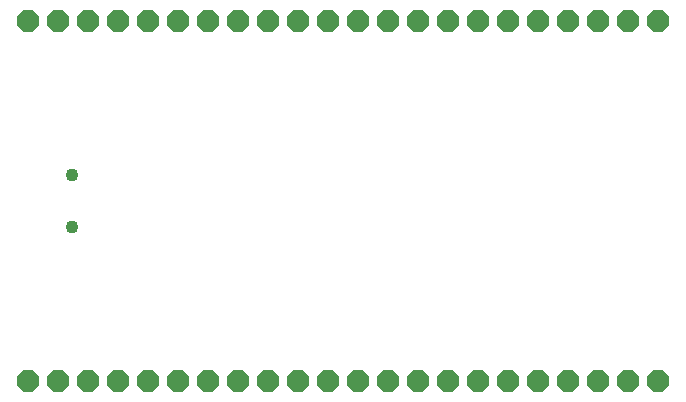
<source format=gbs>
G75*
G70*
%OFA0B0*%
%FSLAX24Y24*%
%IPPOS*%
%LPD*%
%AMOC8*
5,1,8,0,0,1.08239X$1,22.5*
%
%ADD10OC8,0.0720*%
%ADD11C,0.0434*%
D10*
X001032Y000901D03*
X002032Y000901D03*
X003032Y000901D03*
X004032Y000901D03*
X005032Y000901D03*
X006032Y000901D03*
X007032Y000901D03*
X008032Y000901D03*
X009032Y000901D03*
X010032Y000901D03*
X011032Y000901D03*
X012032Y000901D03*
X013032Y000901D03*
X014032Y000901D03*
X015032Y000901D03*
X016032Y000901D03*
X017032Y000901D03*
X018032Y000901D03*
X019032Y000901D03*
X020032Y000901D03*
X021032Y000901D03*
X022032Y000901D03*
X022032Y012901D03*
X021032Y012901D03*
X020032Y012901D03*
X019032Y012901D03*
X018032Y012901D03*
X017032Y012901D03*
X016032Y012901D03*
X015032Y012901D03*
X014032Y012901D03*
X013032Y012901D03*
X012032Y012901D03*
X011032Y012901D03*
X010032Y012901D03*
X009032Y012901D03*
X008032Y012901D03*
X007032Y012901D03*
X006032Y012901D03*
X005032Y012901D03*
X004032Y012901D03*
X003032Y012901D03*
X002032Y012901D03*
X001032Y012901D03*
D11*
X002482Y007767D03*
X002482Y006035D03*
M02*

</source>
